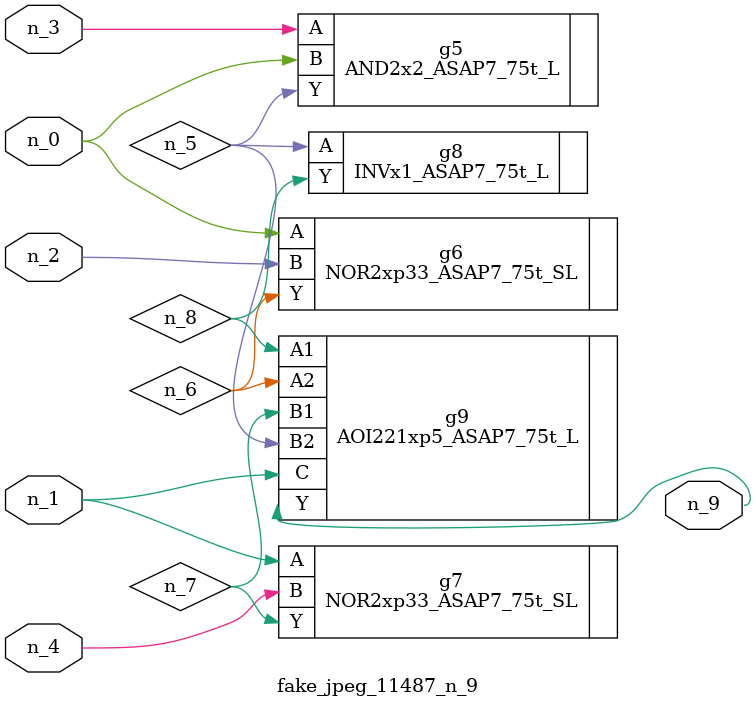
<source format=v>
module fake_jpeg_11487_n_9 (n_3, n_2, n_1, n_0, n_4, n_9);

input n_3;
input n_2;
input n_1;
input n_0;
input n_4;

output n_9;

wire n_8;
wire n_6;
wire n_5;
wire n_7;

AND2x2_ASAP7_75t_L g5 ( 
.A(n_3),
.B(n_0),
.Y(n_5)
);

NOR2xp33_ASAP7_75t_SL g6 ( 
.A(n_0),
.B(n_2),
.Y(n_6)
);

NOR2xp33_ASAP7_75t_SL g7 ( 
.A(n_1),
.B(n_4),
.Y(n_7)
);

INVx1_ASAP7_75t_L g8 ( 
.A(n_5),
.Y(n_8)
);

AOI221xp5_ASAP7_75t_L g9 ( 
.A1(n_8),
.A2(n_6),
.B1(n_7),
.B2(n_5),
.C(n_1),
.Y(n_9)
);


endmodule
</source>
